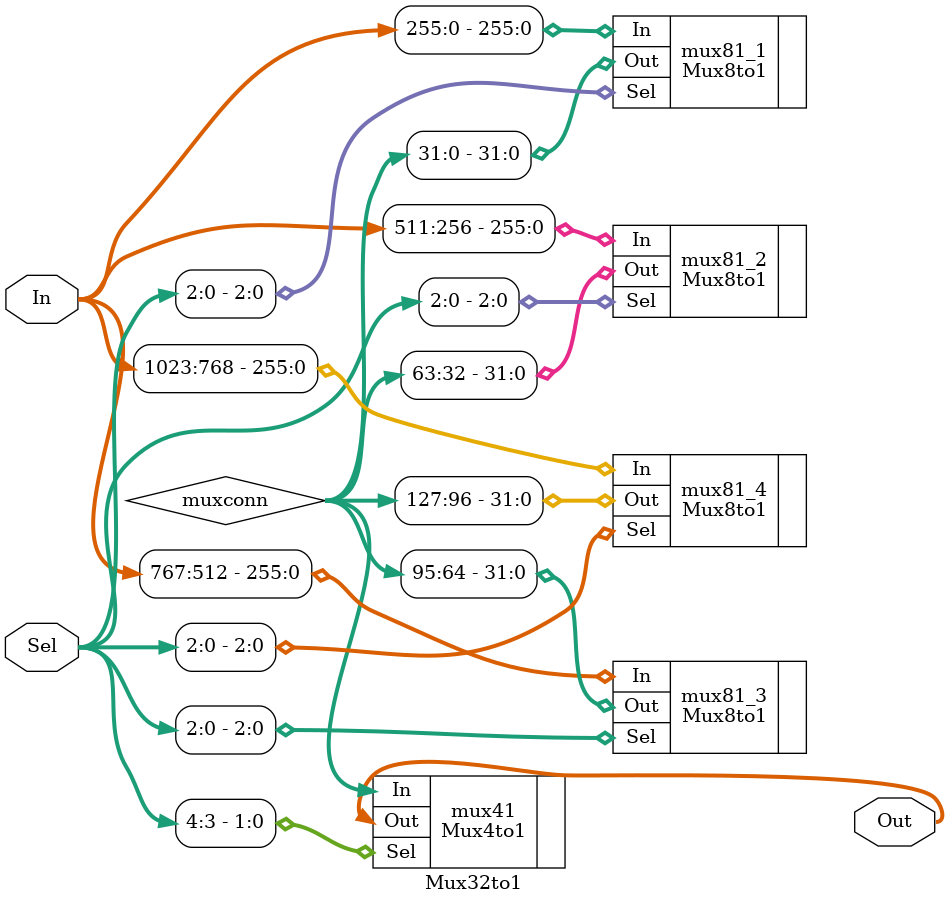
<source format=v>
`timescale 1ns / 1ps
module Mux32to1(
   output wire [31:0] Out,
	input  wire [1023:0] In,
	input  wire [4:0]  Sel
    );
   
	wire [127:0] muxconn;
	Mux8to1 mux81_1 (.Out(muxconn[31:0])  , .In(In[255:0])   , .Sel(Sel[2:0]));
	Mux8to1 mux81_2 (.Out(muxconn[63:32]) , .In(In[511:256]) , .Sel(Sel[2:0]));
	Mux8to1 mux81_3 (.Out(muxconn[95:64]) , .In(In[767:512]) , .Sel(Sel[2:0]));
	Mux8to1 mux81_4 (.Out(muxconn[127:96]), .In(In[1023:768]), .Sel(Sel[2:0]));
	Mux4to1 mux41 (.Out(Out), .In(muxconn), .Sel(Sel[4:3]));
	
endmodule

</source>
